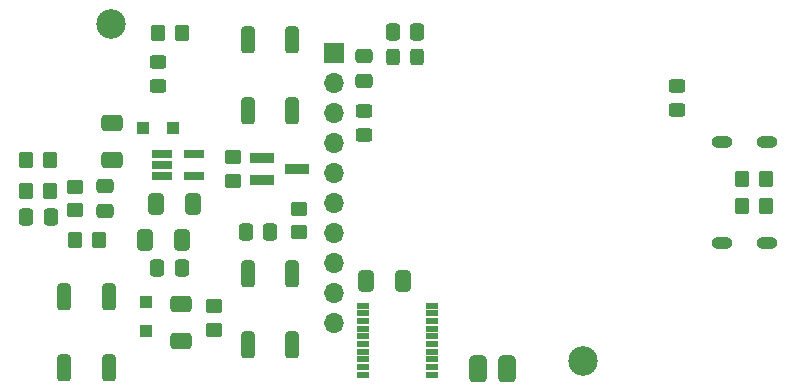
<source format=gbs>
G04 #@! TF.GenerationSoftware,KiCad,Pcbnew,6.99.0-unknown-58b8d63ff8~148~ubuntu20.04.1*
G04 #@! TF.CreationDate,2022-03-11T08:50:32+05:30*
G04 #@! TF.ProjectId,espc3-vario,65737063-332d-4766-9172-696f2e6b6963,rev?*
G04 #@! TF.SameCoordinates,Original*
G04 #@! TF.FileFunction,Soldermask,Bot*
G04 #@! TF.FilePolarity,Negative*
%FSLAX46Y46*%
G04 Gerber Fmt 4.6, Leading zero omitted, Abs format (unit mm)*
G04 Created by KiCad (PCBNEW 6.99.0-unknown-58b8d63ff8~148~ubuntu20.04.1) date 2022-03-11 08:50:32*
%MOMM*%
%LPD*%
G01*
G04 APERTURE LIST*
G04 Aperture macros list*
%AMRoundRect*
0 Rectangle with rounded corners*
0 $1 Rounding radius*
0 $2 $3 $4 $5 $6 $7 $8 $9 X,Y pos of 4 corners*
0 Add a 4 corners polygon primitive as box body*
4,1,4,$2,$3,$4,$5,$6,$7,$8,$9,$2,$3,0*
0 Add four circle primitives for the rounded corners*
1,1,$1+$1,$2,$3*
1,1,$1+$1,$4,$5*
1,1,$1+$1,$6,$7*
1,1,$1+$1,$8,$9*
0 Add four rect primitives between the rounded corners*
20,1,$1+$1,$2,$3,$4,$5,0*
20,1,$1+$1,$4,$5,$6,$7,0*
20,1,$1+$1,$6,$7,$8,$9,0*
20,1,$1+$1,$8,$9,$2,$3,0*%
G04 Aperture macros list end*
%ADD10R,1.700000X1.700000*%
%ADD11O,1.700000X1.700000*%
%ADD12C,2.500000*%
%ADD13O,1.800000X1.000000*%
%ADD14RoundRect,0.300000X0.300000X-0.843000X0.300000X0.843000X-0.300000X0.843000X-0.300000X-0.843000X0*%
%ADD15RoundRect,0.300000X-0.300000X0.843000X-0.300000X-0.843000X0.300000X-0.843000X0.300000X0.843000X0*%
%ADD16RoundRect,0.250000X0.412500X0.650000X-0.412500X0.650000X-0.412500X-0.650000X0.412500X-0.650000X0*%
%ADD17R,1.000000X1.000000*%
%ADD18RoundRect,0.250000X0.450000X-0.325000X0.450000X0.325000X-0.450000X0.325000X-0.450000X-0.325000X0*%
%ADD19RoundRect,0.250000X-0.650000X0.412500X-0.650000X-0.412500X0.650000X-0.412500X0.650000X0.412500X0*%
%ADD20RoundRect,0.250000X-0.325000X-0.450000X0.325000X-0.450000X0.325000X0.450000X-0.325000X0.450000X0*%
%ADD21RoundRect,0.250000X0.650000X-0.412500X0.650000X0.412500X-0.650000X0.412500X-0.650000X-0.412500X0*%
%ADD22RoundRect,0.250000X-0.337500X-0.475000X0.337500X-0.475000X0.337500X0.475000X-0.337500X0.475000X0*%
%ADD23RoundRect,0.250000X-0.350000X-0.450000X0.350000X-0.450000X0.350000X0.450000X-0.350000X0.450000X0*%
%ADD24RoundRect,0.250000X0.450000X-0.350000X0.450000X0.350000X-0.450000X0.350000X-0.450000X-0.350000X0*%
%ADD25RoundRect,0.250000X0.337500X0.475000X-0.337500X0.475000X-0.337500X-0.475000X0.337500X-0.475000X0*%
%ADD26RoundRect,0.050000X-0.500000X-0.200000X0.500000X-0.200000X0.500000X0.200000X-0.500000X0.200000X0*%
%ADD27RoundRect,0.250000X-0.450000X0.350000X-0.450000X-0.350000X0.450000X-0.350000X0.450000X0.350000X0*%
%ADD28RoundRect,0.250000X-0.475000X0.337500X-0.475000X-0.337500X0.475000X-0.337500X0.475000X0.337500X0*%
%ADD29RoundRect,0.050000X-0.780000X-0.325000X0.780000X-0.325000X0.780000X0.325000X-0.780000X0.325000X0*%
%ADD30RoundRect,0.250000X0.350000X0.450000X-0.350000X0.450000X-0.350000X-0.450000X0.350000X-0.450000X0*%
%ADD31RoundRect,0.050000X-0.950000X-0.400000X0.950000X-0.400000X0.950000X0.400000X-0.950000X0.400000X0*%
%ADD32RoundRect,0.250000X-0.450000X0.325000X-0.450000X-0.325000X0.450000X-0.325000X0.450000X0.325000X0*%
%ADD33RoundRect,0.381000X-0.381000X0.762000X-0.381000X-0.762000X0.381000X-0.762000X0.381000X0.762000X0*%
G04 APERTURE END LIST*
D10*
X125899999Y-91189999D03*
D11*
X125899999Y-93729999D03*
X125899999Y-96269999D03*
X125899999Y-98809999D03*
X125899999Y-101349999D03*
X125899999Y-103889999D03*
X125899999Y-106429999D03*
X125899999Y-108969999D03*
X125899999Y-111509999D03*
X125899999Y-114049999D03*
D12*
X147000000Y-117250000D03*
D13*
X158799999Y-107299999D03*
X158799999Y-98699999D03*
X162599999Y-107299999D03*
X162599999Y-98699999D03*
D12*
X107000000Y-88750000D03*
D14*
X106850000Y-117850000D03*
X106850000Y-111850000D03*
X103050000Y-117850000D03*
X103050000Y-111850000D03*
D15*
X118600000Y-109900000D03*
X118600000Y-115900000D03*
X122400000Y-109900000D03*
X122400000Y-115900000D03*
D16*
X113962500Y-104000000D03*
X110837500Y-104000000D03*
D17*
X109749999Y-97549999D03*
X112249999Y-97549999D03*
D18*
X128500000Y-98125000D03*
X128500000Y-96075000D03*
D16*
X113012500Y-107000000D03*
X109887500Y-107000000D03*
D19*
X113000000Y-112437500D03*
X113000000Y-115562500D03*
D20*
X130925000Y-91500000D03*
X132975000Y-91500000D03*
D21*
X107100000Y-100212500D03*
X107100000Y-97087500D03*
D22*
X118462500Y-106350000D03*
X120537500Y-106350000D03*
D23*
X160500000Y-104100000D03*
X162500000Y-104100000D03*
D24*
X117350000Y-102000000D03*
X117350000Y-100000000D03*
X123000000Y-106350000D03*
X123000000Y-104350000D03*
D25*
X132987500Y-89400000D03*
X130912500Y-89400000D03*
D26*
X128400000Y-118425000D03*
X128400000Y-117775000D03*
X128400000Y-117125000D03*
X128400000Y-116475000D03*
X128400000Y-115825000D03*
X128400000Y-115175000D03*
X128400000Y-114525000D03*
X128400000Y-113875000D03*
X128400000Y-113225000D03*
X128400000Y-112575000D03*
X134200000Y-112575000D03*
X134200000Y-113225000D03*
X134200000Y-113875000D03*
X134200000Y-114525000D03*
X134200000Y-115175000D03*
X134200000Y-115825000D03*
X134200000Y-116475000D03*
X134200000Y-117125000D03*
X134200000Y-117775000D03*
X134200000Y-118425000D03*
D23*
X104000000Y-107000000D03*
X106000000Y-107000000D03*
D14*
X122400000Y-96100000D03*
X122400000Y-90100000D03*
X118600000Y-96100000D03*
X118600000Y-90100000D03*
D27*
X104000000Y-102500000D03*
X104000000Y-104500000D03*
D28*
X106500000Y-102462500D03*
X106500000Y-104537500D03*
X128500000Y-91462500D03*
X128500000Y-93537500D03*
D23*
X160500000Y-101850000D03*
X162500000Y-101850000D03*
D17*
X109999999Y-114749999D03*
X109999999Y-112249999D03*
D29*
X111350000Y-101600000D03*
X111350000Y-100650000D03*
X111350000Y-99700000D03*
X114050000Y-99700000D03*
X114050000Y-101600000D03*
D27*
X115800000Y-112600000D03*
X115800000Y-114600000D03*
D25*
X113037500Y-109350000D03*
X110962500Y-109350000D03*
D30*
X101850000Y-100250000D03*
X99850000Y-100250000D03*
D16*
X131762500Y-110450000D03*
X128637500Y-110450000D03*
D31*
X119800000Y-101950000D03*
X119800000Y-100050000D03*
X122800000Y-101000000D03*
D22*
X99862500Y-105100000D03*
X101937500Y-105100000D03*
D23*
X99850000Y-102850000D03*
X101850000Y-102850000D03*
D18*
X111000000Y-93975000D03*
X111000000Y-91925000D03*
D32*
X155000000Y-93975000D03*
X155000000Y-96025000D03*
D33*
X138150000Y-117950000D03*
X140550000Y-117950000D03*
D23*
X111050000Y-89500000D03*
X113050000Y-89500000D03*
M02*

</source>
